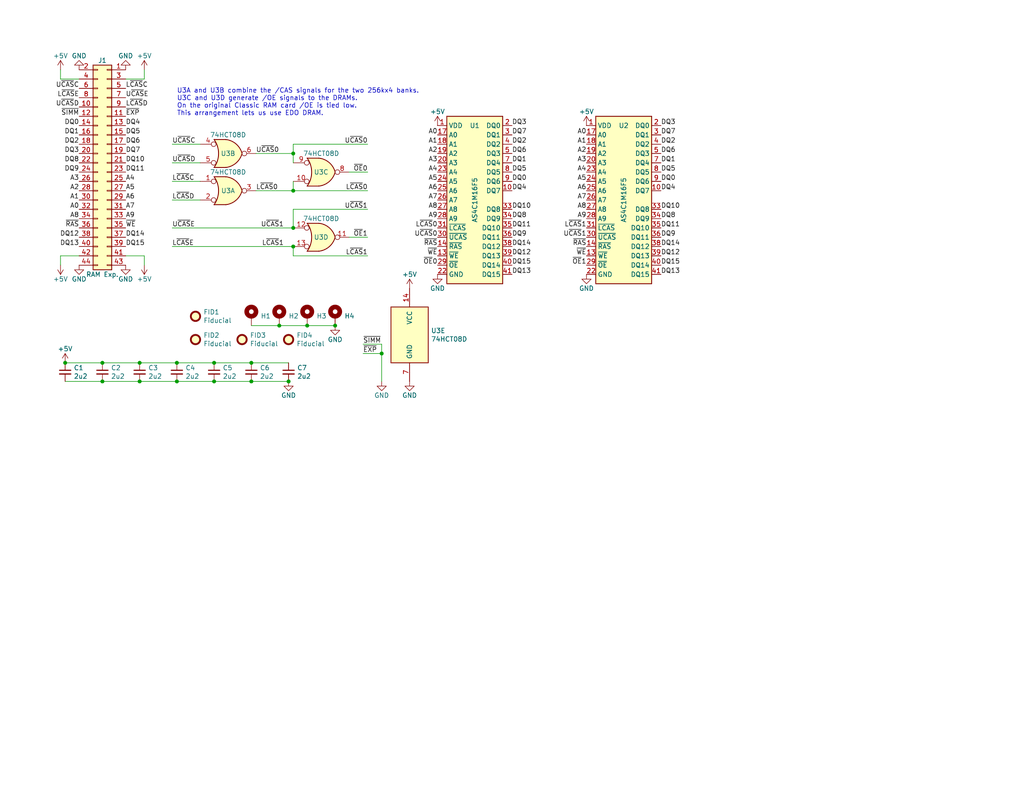
<source format=kicad_sch>
(kicad_sch (version 20211123) (generator eeschema)
  (paper "USLetter")
  (lib_symbols
    (symbol "74xx:74LS08" (pin_names (offset 1.016))
      (property "Reference" "U" (at 0 1.27 0))
      (property "Value" "74LS08" (at 0 -1.27 0))
      (symbol "74LS08_1_1"
        (arc (start 0 -3.81) (mid 3.81 0) (end 0 3.81) (stroke (width 0.254)) (fill (type background)))
        (polyline (pts (xy 0 3.81) (xy -3.81 3.81) (xy -3.81 -3.81) (xy 0 -3.81)) (stroke (width 0.254)) (fill (type background)))
        (pin input line (at -7.62 2.54 0) (length 3.81) (name "~") (number "1"))
        (pin input line (at -7.62 -2.54 0) (length 3.81) (name "~") (number "2"))
        (pin output line (at 7.62 0 180) (length 3.81) (name "~") (number "3"))
      )
      (symbol "74LS08_1_2"
        (arc (start -3.81 -3.81) (mid -2.589 0) (end -3.81 3.81) (stroke (width 0.254)))
        (arc (start -0.6096 -3.81) (mid 2.1855 -2.584) (end 3.81 0) (stroke (width 0.254)) (fill (type background)))
        (polyline (pts (xy -3.81 -3.81) (xy -0.635 -3.81)) (stroke (width 0.254)) (fill (type background)))
        (polyline (pts (xy -3.81 3.81) (xy -0.635 3.81)) (stroke (width 0.254)) (fill (type background)))
        (polyline (pts (xy -0.635 3.81) (xy -3.81 3.81) (xy -3.81 3.81) (xy -3.556 3.4036) (xy -3.0226 2.2606) (xy -2.6924 1.0414) (xy -2.6162 -0.254) (xy -2.7686 -1.4986) (xy -3.175 -2.7178) (xy -3.81 -3.81) (xy -3.81 -3.81) (xy -0.635 -3.81)) (stroke (width -25.4)) (fill (type background)))
        (arc (start 3.81 0) (mid 2.1928 2.5925) (end -0.6096 3.81) (stroke (width 0.254)) (fill (type background)))
        (pin input inverted (at -7.62 2.54 0) (length 4.318) (name "~") (number "1"))
        (pin input inverted (at -7.62 -2.54 0) (length 4.318) (name "~") (number "2"))
        (pin output inverted (at 7.62 0 180) (length 3.81) (name "~") (number "3"))
      )
      (symbol "74LS08_2_1"
        (arc (start 0 -3.81) (mid 3.81 0) (end 0 3.81) (stroke (width 0.254)) (fill (type background)))
        (polyline (pts (xy 0 3.81) (xy -3.81 3.81) (xy -3.81 -3.81) (xy 0 -3.81)) (stroke (width 0.254)) (fill (type background)))
        (pin input line (at -7.62 2.54 0) (length 3.81) (name "~") (number "4"))
        (pin input line (at -7.62 -2.54 0) (length 3.81) (name "~") (number "5"))
        (pin output line (at 7.62 0 180) (length 3.81) (name "~") (number "6"))
      )
      (symbol "74LS08_2_2"
        (arc (start -3.81 -3.81) (mid -2.589 0) (end -3.81 3.81) (stroke (width 0.254)))
        (arc (start -0.6096 -3.81) (mid 2.1855 -2.584) (end 3.81 0) (stroke (width 0.254)) (fill (type background)))
        (polyline (pts (xy -3.81 -3.81) (xy -0.635 -3.81)) (stroke (width 0.254)) (fill (type background)))
        (polyline (pts (xy -3.81 3.81) (xy -0.635 3.81)) (stroke (width 0.254)) (fill (type background)))
        (polyline (pts (xy -0.635 3.81) (xy -3.81 3.81) (xy -3.81 3.81) (xy -3.556 3.4036) (xy -3.0226 2.2606) (xy -2.6924 1.0414) (xy -2.6162 -0.254) (xy -2.7686 -1.4986) (xy -3.175 -2.7178) (xy -3.81 -3.81) (xy -3.81 -3.81) (xy -0.635 -3.81)) (stroke (width -25.4)) (fill (type background)))
        (arc (start 3.81 0) (mid 2.1928 2.5925) (end -0.6096 3.81) (stroke (width 0.254)) (fill (type background)))
        (pin input inverted (at -7.62 2.54 0) (length 4.318) (name "~") (number "4"))
        (pin input inverted (at -7.62 -2.54 0) (length 4.318) (name "~") (number "5"))
        (pin output inverted (at 7.62 0 180) (length 3.81) (name "~") (number "6"))
      )
      (symbol "74LS08_3_1"
        (arc (start 0 -3.81) (mid 3.81 0) (end 0 3.81) (stroke (width 0.254)) (fill (type background)))
        (polyline (pts (xy 0 3.81) (xy -3.81 3.81) (xy -3.81 -3.81) (xy 0 -3.81)) (stroke (width 0.254)) (fill (type background)))
        (pin input line (at -7.62 -2.54 0) (length 3.81) (name "~") (number "10"))
        (pin output line (at 7.62 0 180) (length 3.81) (name "~") (number "8"))
        (pin input line (at -7.62 2.54 0) (length 3.81) (name "~") (number "9"))
      )
      (symbol "74LS08_3_2"
        (arc (start -3.81 -3.81) (mid -2.589 0) (end -3.81 3.81) (stroke (width 0.254)))
        (arc (start -0.6096 -3.81) (mid 2.1855 -2.584) (end 3.81 0) (stroke (width 0.254)) (fill (type background)))
        (polyline (pts (xy -3.81 -3.81) (xy -0.635 -3.81)) (stroke (width 0.254)) (fill (type background)))
        (polyline (pts (xy -3.81 3.81) (xy -0.635 3.81)) (stroke (width 0.254)) (fill (type background)))
        (polyline (pts (xy -0.635 3.81) (xy -3.81 3.81) (xy -3.81 3.81) (xy -3.556 3.4036) (xy -3.0226 2.2606) (xy -2.6924 1.0414) (xy -2.6162 -0.254) (xy -2.7686 -1.4986) (xy -3.175 -2.7178) (xy -3.81 -3.81) (xy -3.81 -3.81) (xy -0.635 -3.81)) (stroke (width -25.4)) (fill (type background)))
        (arc (start 3.81 0) (mid 2.1928 2.5925) (end -0.6096 3.81) (stroke (width 0.254)) (fill (type background)))
        (pin input inverted (at -7.62 -2.54 0) (length 4.318) (name "~") (number "10"))
        (pin output inverted (at 7.62 0 180) (length 3.81) (name "~") (number "8"))
        (pin input inverted (at -7.62 2.54 0) (length 4.318) (name "~") (number "9"))
      )
      (symbol "74LS08_4_1"
        (arc (start 0 -3.81) (mid 3.81 0) (end 0 3.81) (stroke (width 0.254)) (fill (type background)))
        (polyline (pts (xy 0 3.81) (xy -3.81 3.81) (xy -3.81 -3.81) (xy 0 -3.81)) (stroke (width 0.254)) (fill (type background)))
        (pin output line (at 7.62 0 180) (length 3.81) (name "~") (number "11"))
        (pin input line (at -7.62 2.54 0) (length 3.81) (name "~") (number "12"))
        (pin input line (at -7.62 -2.54 0) (length 3.81) (name "~") (number "13"))
      )
      (symbol "74LS08_4_2"
        (arc (start -3.81 -3.81) (mid -2.589 0) (end -3.81 3.81) (stroke (width 0.254)))
        (arc (start -0.6096 -3.81) (mid 2.1855 -2.584) (end 3.81 0) (stroke (width 0.254)) (fill (type background)))
        (polyline (pts (xy -3.81 -3.81) (xy -0.635 -3.81)) (stroke (width 0.254)) (fill (type background)))
        (polyline (pts (xy -3.81 3.81) (xy -0.635 3.81)) (stroke (width 0.254)) (fill (type background)))
        (polyline (pts (xy -0.635 3.81) (xy -3.81 3.81) (xy -3.81 3.81) (xy -3.556 3.4036) (xy -3.0226 2.2606) (xy -2.6924 1.0414) (xy -2.6162 -0.254) (xy -2.7686 -1.4986) (xy -3.175 -2.7178) (xy -3.81 -3.81) (xy -3.81 -3.81) (xy -0.635 -3.81)) (stroke (width -25.4)) (fill (type background)))
        (arc (start 3.81 0) (mid 2.1928 2.5925) (end -0.6096 3.81) (stroke (width 0.254)) (fill (type background)))
        (pin output inverted (at 7.62 0 180) (length 3.81) (name "~") (number "11"))
        (pin input inverted (at -7.62 2.54 0) (length 4.318) (name "~") (number "12"))
        (pin input inverted (at -7.62 -2.54 0) (length 4.318) (name "~") (number "13"))
      )
      (symbol "74LS08_5_0"
        (pin power_in line (at 0 12.7 270) (length 5.08) (name "VCC") (number "14"))
        (pin power_in line (at 0 -12.7 90) (length 5.08) (name "GND") (number "7"))
      )
      (symbol "74LS08_5_1"
        (rectangle (start -5.08 7.62) (end 5.08 -7.62) (stroke (width 0.254)) (fill (type background)))
      )
    )
    (symbol "Connector_Generic:Conn_02x22_Odd_Even" (pin_names (offset 1.016) hide)
      (property "Reference" "J" (at 1.27 27.94 0))
      (property "Value" "Conn_02x22_Odd_Even" (at 1.27 -30.48 0))
      (symbol "Conn_02x22_Odd_Even_1_1"
        (rectangle (start -1.27 -27.813) (end 0 -28.067) (stroke (width 0.1524)))
        (rectangle (start -1.27 -25.273) (end 0 -25.527) (stroke (width 0.1524)))
        (rectangle (start -1.27 -22.733) (end 0 -22.987) (stroke (width 0.1524)))
        (rectangle (start -1.27 -20.193) (end 0 -20.447) (stroke (width 0.1524)))
        (rectangle (start -1.27 -17.653) (end 0 -17.907) (stroke (width 0.1524)))
        (rectangle (start -1.27 -15.113) (end 0 -15.367) (stroke (width 0.1524)))
        (rectangle (start -1.27 -12.573) (end 0 -12.827) (stroke (width 0.1524)))
        (rectangle (start -1.27 -10.033) (end 0 -10.287) (stroke (width 0.1524)))
        (rectangle (start -1.27 -7.493) (end 0 -7.747) (stroke (width 0.1524)))
        (rectangle (start -1.27 -4.953) (end 0 -5.207) (stroke (width 0.1524)))
        (rectangle (start -1.27 -2.413) (end 0 -2.667) (stroke (width 0.1524)))
        (rectangle (start -1.27 0.127) (end 0 -0.127) (stroke (width 0.1524)))
        (rectangle (start -1.27 2.667) (end 0 2.413) (stroke (width 0.1524)))
        (rectangle (start -1.27 5.207) (end 0 4.953) (stroke (width 0.1524)))
        (rectangle (start -1.27 7.747) (end 0 7.493) (stroke (width 0.1524)))
        (rectangle (start -1.27 10.287) (end 0 10.033) (stroke (width 0.1524)))
        (rectangle (start -1.27 12.827) (end 0 12.573) (stroke (width 0.1524)))
        (rectangle (start -1.27 15.367) (end 0 15.113) (stroke (width 0.1524)))
        (rectangle (start -1.27 17.907) (end 0 17.653) (stroke (width 0.1524)))
        (rectangle (start -1.27 20.447) (end 0 20.193) (stroke (width 0.1524)))
        (rectangle (start -1.27 22.987) (end 0 22.733) (stroke (width 0.1524)))
        (rectangle (start -1.27 25.527) (end 0 25.273) (stroke (width 0.1524)))
        (rectangle (start -1.27 26.67) (end 3.81 -29.21) (stroke (width 0.254)) (fill (type background)))
        (rectangle (start 3.81 -27.813) (end 2.54 -28.067) (stroke (width 0.1524)))
        (rectangle (start 3.81 -25.273) (end 2.54 -25.527) (stroke (width 0.1524)))
        (rectangle (start 3.81 -22.733) (end 2.54 -22.987) (stroke (width 0.1524)))
        (rectangle (start 3.81 -20.193) (end 2.54 -20.447) (stroke (width 0.1524)))
        (rectangle (start 3.81 -17.653) (end 2.54 -17.907) (stroke (width 0.1524)))
        (rectangle (start 3.81 -15.113) (end 2.54 -15.367) (stroke (width 0.1524)))
        (rectangle (start 3.81 -12.573) (end 2.54 -12.827) (stroke (width 0.1524)))
        (rectangle (start 3.81 -10.033) (end 2.54 -10.287) (stroke (width 0.1524)))
        (rectangle (start 3.81 -7.493) (end 2.54 -7.747) (stroke (width 0.1524)))
        (rectangle (start 3.81 -4.953) (end 2.54 -5.207) (stroke (width 0.1524)))
        (rectangle (start 3.81 -2.413) (end 2.54 -2.667) (stroke (width 0.1524)))
        (rectangle (start 3.81 0.127) (end 2.54 -0.127) (stroke (width 0.1524)))
        (rectangle (start 3.81 2.667) (end 2.54 2.413) (stroke (width 0.1524)))
        (rectangle (start 3.81 5.207) (end 2.54 4.953) (stroke (width 0.1524)))
        (rectangle (start 3.81 7.747) (end 2.54 7.493) (stroke (width 0.1524)))
        (rectangle (start 3.81 10.287) (end 2.54 10.033) (stroke (width 0.1524)))
        (rectangle (start 3.81 12.827) (end 2.54 12.573) (stroke (width 0.1524)))
        (rectangle (start 3.81 15.367) (end 2.54 15.113) (stroke (width 0.1524)))
        (rectangle (start 3.81 17.907) (end 2.54 17.653) (stroke (width 0.1524)))
        (rectangle (start 3.81 20.447) (end 2.54 20.193) (stroke (width 0.1524)))
        (rectangle (start 3.81 22.987) (end 2.54 22.733) (stroke (width 0.1524)))
        (rectangle (start 3.81 25.527) (end 2.54 25.273) (stroke (width 0.1524)))
        (pin passive line (at -5.08 25.4 0) (length 3.81) (name "Pin_1") (number "1"))
        (pin passive line (at 7.62 15.24 180) (length 3.81) (name "Pin_10") (number "10"))
        (pin passive line (at -5.08 12.7 0) (length 3.81) (name "Pin_11") (number "11"))
        (pin passive line (at 7.62 12.7 180) (length 3.81) (name "Pin_12") (number "12"))
        (pin passive line (at -5.08 10.16 0) (length 3.81) (name "Pin_13") (number "13"))
        (pin passive line (at 7.62 10.16 180) (length 3.81) (name "Pin_14") (number "14"))
        (pin passive line (at -5.08 7.62 0) (length 3.81) (name "Pin_15") (number "15"))
        (pin passive line (at 7.62 7.62 180) (length 3.81) (name "Pin_16") (number "16"))
        (pin passive line (at -5.08 5.08 0) (length 3.81) (name "Pin_17") (number "17"))
        (pin passive line (at 7.62 5.08 180) (length 3.81) (name "Pin_18") (number "18"))
        (pin passive line (at -5.08 2.54 0) (length 3.81) (name "Pin_19") (number "19"))
        (pin passive line (at 7.62 25.4 180) (length 3.81) (name "Pin_2") (number "2"))
        (pin passive line (at 7.62 2.54 180) (length 3.81) (name "Pin_20") (number "20"))
        (pin passive line (at -5.08 0 0) (length 3.81) (name "Pin_21") (number "21"))
        (pin passive line (at 7.62 0 180) (length 3.81) (name "Pin_22") (number "22"))
        (pin passive line (at -5.08 -2.54 0) (length 3.81) (name "Pin_23") (number "23"))
        (pin passive line (at 7.62 -2.54 180) (length 3.81) (name "Pin_24") (number "24"))
        (pin passive line (at -5.08 -5.08 0) (length 3.81) (name "Pin_25") (number "25"))
        (pin passive line (at 7.62 -5.08 180) (length 3.81) (name "Pin_26") (number "26"))
        (pin passive line (at -5.08 -7.62 0) (length 3.81) (name "Pin_27") (number "27"))
        (pin passive line (at 7.62 -7.62 180) (length 3.81) (name "Pin_28") (number "28"))
        (pin passive line (at -5.08 -10.16 0) (length 3.81) (name "Pin_29") (number "29"))
        (pin passive line (at -5.08 22.86 0) (length 3.81) (name "Pin_3") (number "3"))
        (pin passive line (at 7.62 -10.16 180) (length 3.81) (name "Pin_30") (number "30"))
        (pin passive line (at -5.08 -12.7 0) (length 3.81) (name "Pin_31") (number "31"))
        (pin passive line (at 7.62 -12.7 180) (length 3.81) (name "Pin_32") (number "32"))
        (pin passive line (at -5.08 -15.24 0) (length 3.81) (name "Pin_33") (number "33"))
        (pin passive line (at 7.62 -15.24 180) (length 3.81) (name "Pin_34") (number "34"))
        (pin passive line (at -5.08 -17.78 0) (length 3.81) (name "Pin_35") (number "35"))
        (pin passive line (at 7.62 -17.78 180) (length 3.81) (name "Pin_36") (number "36"))
        (pin passive line (at -5.08 -20.32 0) (length 3.81) (name "Pin_37") (number "37"))
        (pin passive line (at 7.62 -20.32 180) (length 3.81) (name "Pin_38") (number "38"))
        (pin passive line (at -5.08 -22.86 0) (length 3.81) (name "Pin_39") (number "39"))
        (pin passive line (at 7.62 22.86 180) (length 3.81) (name "Pin_4") (number "4"))
        (pin passive line (at 7.62 -22.86 180) (length 3.81) (name "Pin_40") (number "40"))
        (pin passive line (at -5.08 -25.4 0) (length 3.81) (name "Pin_41") (number "41"))
        (pin passive line (at 7.62 -25.4 180) (length 3.81) (name "Pin_42") (number "42"))
        (pin passive line (at -5.08 -27.94 0) (length 3.81) (name "Pin_43") (number "43"))
        (pin passive line (at 7.62 -27.94 180) (length 3.81) (name "Pin_44") (number "44"))
        (pin passive line (at -5.08 20.32 0) (length 3.81) (name "Pin_5") (number "5"))
        (pin passive line (at 7.62 20.32 180) (length 3.81) (name "Pin_6") (number "6"))
        (pin passive line (at -5.08 17.78 0) (length 3.81) (name "Pin_7") (number "7"))
        (pin passive line (at 7.62 17.78 180) (length 3.81) (name "Pin_8") (number "8"))
        (pin passive line (at -5.08 15.24 0) (length 3.81) (name "Pin_9") (number "9"))
      )
    )
    (symbol "Device:C_Small" (pin_numbers hide) (pin_names (offset 0.254) hide)
      (property "Reference" "C" (at 0.254 1.778 0))
      (property "Value" "C_Small" (at 0.254 -2.032 0))
      (symbol "C_Small_0_1"
        (polyline (pts (xy -1.524 -0.508) (xy 1.524 -0.508)) (stroke (width 0.3302)))
        (polyline (pts (xy -1.524 0.508) (xy 1.524 0.508)) (stroke (width 0.3048)))
      )
      (symbol "C_Small_1_1"
        (pin passive line (at 0 2.54 270) (length 2.032) (name "~") (number "1"))
        (pin passive line (at 0 -2.54 90) (length 2.032) (name "~") (number "2"))
      )
    )
    (symbol "GW_RAM:DRAM-1Mx16-SOP-42"
      (property "Reference" "U" (at 0 24.13 0))
      (property "Value" "DRAM-1Mx16-SOP-42" (at 0 0 90))
      (symbol "DRAM-1Mx16-SOP-42_0_1"
        (rectangle (start -7.62 22.86) (end 7.62 -22.86) (stroke (width 0.254)) (fill (type background)))
      )
      (symbol "DRAM-1Mx16-SOP-42_1_1"
        (pin power_in line (at -10.16 20.32 0) (length 2.54) (name "VDD") (number "1"))
        (pin bidirectional line (at 10.16 2.54 180) (length 2.54) (name "DQ7") (number "10"))
        (pin no_connect line (at 10.16 1.27 180) (length 2.54) hide (name "NC") (number "11"))
        (pin no_connect line (at 10.16 0 180) (length 2.54) hide (name "NC") (number "12"))
        (pin input line (at -10.16 -15.24 0) (length 2.54) (name "~{WE}") (number "13"))
        (pin input line (at -10.16 -12.7 0) (length 2.54) (name "~{RAS}") (number "14"))
        (pin no_connect line (at 10.16 21.59 180) (length 2.54) hide (name "NC") (number "15"))
        (pin no_connect line (at 10.16 -21.59 180) (length 2.54) hide (name "NC") (number "16"))
        (pin input line (at -10.16 17.78 0) (length 2.54) (name "A0") (number "17"))
        (pin input line (at -10.16 15.24 0) (length 2.54) (name "A1") (number "18"))
        (pin input line (at -10.16 12.7 0) (length 2.54) (name "A2") (number "19"))
        (pin bidirectional line (at 10.16 20.32 180) (length 2.54) (name "DQ0") (number "2"))
        (pin input line (at -10.16 10.16 0) (length 2.54) (name "A3") (number "20"))
        (pin power_in line (at -10.16 20.32 0) (length 2.54) hide (name "VDD") (number "21"))
        (pin power_in line (at -10.16 -20.32 0) (length 2.54) (name "GND") (number "22"))
        (pin input line (at -10.16 7.62 0) (length 2.54) (name "A4") (number "23"))
        (pin input line (at -10.16 5.08 0) (length 2.54) (name "A5") (number "24"))
        (pin input line (at -10.16 2.54 0) (length 2.54) (name "A6") (number "25"))
        (pin input line (at -10.16 0 0) (length 2.54) (name "A7") (number "26"))
        (pin input line (at -10.16 -2.54 0) (length 2.54) (name "A8") (number "27"))
        (pin input line (at -10.16 -5.08 0) (length 2.54) (name "A9") (number "28"))
        (pin input line (at -10.16 -17.78 0) (length 2.54) (name "~{OE}") (number "29"))
        (pin bidirectional line (at 10.16 17.78 180) (length 2.54) (name "DQ1") (number "3"))
        (pin input line (at -10.16 -10.16 0) (length 2.54) (name "~{UCAS}") (number "30"))
        (pin input line (at -10.16 -7.62 0) (length 2.54) (name "~{LCAS}") (number "31"))
        (pin no_connect line (at 10.16 -1.27 180) (length 2.54) hide (name "NC") (number "32"))
        (pin bidirectional line (at 10.16 -2.54 180) (length 2.54) (name "DQ8") (number "33"))
        (pin bidirectional line (at 10.16 -5.08 180) (length 2.54) (name "DQ9") (number "34"))
        (pin bidirectional line (at 10.16 -7.62 180) (length 2.54) (name "DQ10") (number "35"))
        (pin bidirectional line (at 10.16 -10.16 180) (length 2.54) (name "DQ11") (number "36"))
        (pin power_in line (at -10.16 -20.32 0) (length 2.54) hide (name "GND") (number "37"))
        (pin bidirectional line (at 10.16 -12.7 180) (length 2.54) (name "DQ12") (number "38"))
        (pin bidirectional line (at 10.16 -15.24 180) (length 2.54) (name "DQ13") (number "39"))
        (pin bidirectional line (at 10.16 15.24 180) (length 2.54) (name "DQ2") (number "4"))
        (pin bidirectional line (at 10.16 -17.78 180) (length 2.54) (name "DQ14") (number "40"))
        (pin bidirectional line (at 10.16 -20.32 180) (length 2.54) (name "DQ15") (number "41"))
        (pin power_in line (at -10.16 -20.32 0) (length 2.54) hide (name "GND") (number "42"))
        (pin bidirectional line (at 10.16 12.7 180) (length 2.54) (name "DQ3") (number "5"))
        (pin power_in line (at -10.16 20.32 0) (length 2.54) hide (name "VDD") (number "6"))
        (pin bidirectional line (at 10.16 10.16 180) (length 2.54) (name "DQ4") (number "7"))
        (pin bidirectional line (at 10.16 7.62 180) (length 2.54) (name "DQ5") (number "8"))
        (pin bidirectional line (at 10.16 5.08 180) (length 2.54) (name "DQ6") (number "9"))
      )
    )
    (symbol "Mechanical:Fiducial"
      (property "Reference" "FID" (at 0 5.08 0))
      (property "Value" "Fiducial" (at 0 3.175 0))
      (symbol "Fiducial_0_1"
        (circle (center 0 0) (radius 1.27) (stroke (width 0.508)) (fill (type background)))
      )
    )
    (symbol "Mechanical:MountingHole_Pad" (pin_numbers hide) (pin_names (offset 1.016) hide)
      (property "Reference" "H" (at 0 6.35 0))
      (property "Value" "MountingHole_Pad" (at 0 4.445 0))
      (symbol "MountingHole_Pad_0_1"
        (circle (center 0 1.27) (radius 1.27) (stroke (width 1.27)))
      )
      (symbol "MountingHole_Pad_1_1"
        (pin input line (at 0 -2.54 90) (length 2.54) (name "1") (number "1"))
      )
    )
    (symbol "power:+5V" (power) (pin_names (offset 0))
      (property "Value" "+5V" (at 0 3.556 0))
      (symbol "+5V_0_1"
        (polyline (pts (xy -0.762 1.27) (xy 0 2.54)))
        (polyline (pts (xy 0 0) (xy 0 2.54)))
        (polyline (pts (xy 0 2.54) (xy 0.762 1.27)))
      )
      (symbol "+5V_1_1"
        (pin power_in line (at 0 0 90) (length 0) hide (name "+5V") (number "1"))
      )
    )
    (symbol "power:GND" (power) (pin_names (offset 0))
      (property "Value" "GND" (at 0 -3.81 0))
      (symbol "GND_0_1"
        (polyline (pts (xy 0 0) (xy 0 -1.27) (xy 1.27 -1.27) (xy 0 -2.54) (xy -1.27 -1.27) (xy 0 -1.27)))
      )
      (symbol "GND_1_1"
        (pin power_in line (at 0 0 270) (length 0) hide (name "GND") (number "1"))
      )
    )
  )
  (junction (at 38.1 104.14))
  (junction (at 80.01 52.07))
  (junction (at 17.78 99.06))
  (junction (at 68.58 99.06))
  (junction (at 104.14 96.52))
  (junction (at 68.58 104.14))
  (junction (at 78.74 104.14))
  (junction (at 80.01 62.23))
  (junction (at 91.44 88.9))
  (junction (at 80.01 41.91))
  (junction (at 80.01 67.31))
  (junction (at 48.26 99.06))
  (junction (at 48.26 104.14))
  (junction (at 38.1 99.06))
  (junction (at 83.82 88.9))
  (junction (at 76.2 88.9))
  (junction (at 58.42 104.14))
  (junction (at 27.94 104.14))
  (junction (at 58.42 99.06))
  (junction (at 27.94 99.06))
  (wire (pts (xy 80.01 62.23) (xy 80.01 57.15)))
  (wire (pts (xy 80.01 49.53) (xy 80.01 52.07)))
  (wire (pts (xy 16.51 69.85) (xy 21.59 69.85)))
  (wire (pts (xy 58.42 99.06) (xy 68.58 99.06)))
  (wire (pts (xy 68.58 104.14) (xy 78.74 104.14)))
  (wire (pts (xy 80.01 52.07) (xy 100.33 52.07)))
  (wire (pts (xy 39.37 69.85) (xy 34.29 69.85)))
  (wire (pts (xy 68.58 88.9) (xy 76.2 88.9)))
  (wire (pts (xy 69.85 41.91) (xy 80.01 41.91)))
  (wire (pts (xy 46.99 39.37) (xy 54.61 39.37)))
  (wire (pts (xy 17.78 104.14) (xy 27.94 104.14)))
  (wire (pts (xy 38.1 104.14) (xy 48.26 104.14)))
  (wire (pts (xy 104.14 93.98) (xy 99.06 93.98)))
  (wire (pts (xy 38.1 99.06) (xy 48.26 99.06)))
  (wire (pts (xy 27.94 99.06) (xy 38.1 99.06)))
  (wire (pts (xy 104.14 104.14) (xy 104.14 96.52)))
  (wire (pts (xy 104.14 96.52) (xy 104.14 93.98)))
  (wire (pts (xy 80.01 57.15) (xy 100.33 57.15)))
  (wire (pts (xy 80.01 62.23) (xy 46.99 62.23)))
  (wire (pts (xy 58.42 104.14) (xy 68.58 104.14)))
  (wire (pts (xy 16.51 19.05) (xy 16.51 21.59)))
  (wire (pts (xy 39.37 19.05) (xy 39.37 21.59)))
  (wire (pts (xy 27.94 104.14) (xy 38.1 104.14)))
  (wire (pts (xy 46.99 44.45) (xy 54.61 44.45)))
  (wire (pts (xy 17.78 99.06) (xy 27.94 99.06)))
  (wire (pts (xy 80.01 39.37) (xy 100.33 39.37)))
  (wire (pts (xy 80.01 41.91) (xy 80.01 39.37)))
  (wire (pts (xy 83.82 88.9) (xy 91.44 88.9)))
  (wire (pts (xy 39.37 72.39) (xy 39.37 69.85)))
  (wire (pts (xy 100.33 46.99) (xy 95.25 46.99)))
  (wire (pts (xy 68.58 99.06) (xy 78.74 99.06)))
  (wire (pts (xy 16.51 72.39) (xy 16.51 69.85)))
  (wire (pts (xy 80.01 67.31) (xy 80.01 69.85)))
  (wire (pts (xy 54.61 49.53) (xy 46.99 49.53)))
  (wire (pts (xy 46.99 54.61) (xy 54.61 54.61)))
  (wire (pts (xy 80.01 52.07) (xy 69.85 52.07)))
  (wire (pts (xy 48.26 99.06) (xy 58.42 99.06)))
  (wire (pts (xy 80.01 44.45) (xy 80.01 41.91)))
  (wire (pts (xy 48.26 104.14) (xy 58.42 104.14)))
  (wire (pts (xy 16.51 21.59) (xy 21.59 21.59)))
  (wire (pts (xy 39.37 21.59) (xy 34.29 21.59)))
  (wire (pts (xy 100.33 64.77) (xy 95.25 64.77)))
  (wire (pts (xy 99.06 96.52) (xy 104.14 96.52)))
  (wire (pts (xy 80.01 67.31) (xy 46.99 67.31)))
  (wire (pts (xy 76.2 88.9) (xy 83.82 88.9)))
  (wire (pts (xy 80.01 69.85) (xy 100.33 69.85)))
  (text "U3A and U3B combine the /CAS signals for the two 256kx4 banks.\nU3C and U3D generate /OE signals to the DRAMs.\nOn the original Classic RAM card /OE is tied low.\nThis arrangement lets us use EDO DRAM." (at 48.26 31.75 0) (effects (font (size 1.27 1.27)) (justify left bottom)))
  (label "L~{CAS}0" (at 69.85 52.07 0))
  (label "DQ2" (at 180.34 39.37 0))
  (label "A3" (at 160.02 44.45 180))
  (label "DQ10" (at 180.34 57.15 0))
  (label "~{OE}1" (at 160.02 72.39 180))
  (label "DQ7" (at 180.34 36.83 0))
  (label "DQ1" (at 21.59 36.83 180))
  (label "A7" (at 160.02 54.61 180))
  (label "DQ7" (at 34.29 41.91 0))
  (label "~{EXP}" (at 99.06 96.52 0))
  (label "~{RAS}" (at 119.38 67.31 180))
  (label "A8" (at 160.02 57.15 180))
  (label "A0" (at 119.38 36.83 180))
  (label "A8" (at 119.38 57.15 180))
  (label "~{SIMM}" (at 99.06 93.98 0))
  (label "~{WE}" (at 119.38 69.85 180))
  (label "A3" (at 21.59 49.53 180))
  (label "~{OE}0" (at 119.38 72.39 180))
  (label "DQ0" (at 139.7 49.53 0))
  (label "~{WE}" (at 34.29 62.23 0))
  (label "A4" (at 160.02 46.99 180))
  (label "DQ12" (at 139.7 69.85 0))
  (label "U~{CAS}E" (at 34.29 26.67 0))
  (label "DQ2" (at 21.59 39.37 180))
  (label "~{EXP}" (at 34.29 31.75 0))
  (label "A9" (at 160.02 59.69 180))
  (label "~{RAS}" (at 21.59 62.23 180))
  (label "DQ10" (at 34.29 44.45 0))
  (label "DQ8" (at 180.34 59.69 0))
  (label "DQ12" (at 180.34 69.85 0))
  (label "DQ0" (at 180.34 49.53 0))
  (label "DQ5" (at 180.34 46.99 0))
  (label "DQ6" (at 34.29 39.37 0))
  (label "U~{CAS}0" (at 100.33 39.37 180))
  (label "~{SIMM}" (at 21.59 31.75 180))
  (label "U~{CAS}C" (at 21.59 24.13 180))
  (label "A0" (at 21.59 57.15 180))
  (label "A9" (at 119.38 59.69 180))
  (label "A4" (at 34.29 49.53 0))
  (label "A1" (at 21.59 54.61 180))
  (label "A7" (at 34.29 57.15 0))
  (label "A9" (at 34.29 59.69 0))
  (label "DQ4" (at 34.29 34.29 0))
  (label "L~{CAS}1" (at 77.47 67.31 180))
  (label "U~{CAS}1" (at 160.02 64.77 180))
  (label "A0" (at 160.02 36.83 180))
  (label "U~{CAS}1" (at 100.33 57.15 180))
  (label "~{OE}1" (at 100.33 64.77 180))
  (label "DQ10" (at 139.7 57.15 0))
  (label "DQ9" (at 139.7 64.77 0))
  (label "DQ14" (at 139.7 67.31 0))
  (label "L~{CAS}D" (at 34.29 29.21 0))
  (label "DQ9" (at 180.34 64.77 0))
  (label "A3" (at 119.38 44.45 180))
  (label "L~{CAS}E" (at 46.99 67.31 0))
  (label "DQ4" (at 180.34 52.07 0))
  (label "L~{CAS}1" (at 160.02 62.23 180))
  (label "DQ7" (at 139.7 36.83 0))
  (label "DQ4" (at 139.7 52.07 0))
  (label "U~{CAS}D" (at 46.99 44.45 0))
  (label "DQ8" (at 21.59 44.45 180))
  (label "U~{CAS}D" (at 21.59 29.21 180))
  (label "A1" (at 160.02 39.37 180))
  (label "L~{CAS}E" (at 21.59 26.67 180))
  (label "U~{CAS}0" (at 69.85 41.91 0))
  (label "A8" (at 21.59 59.69 180))
  (label "~{OE}0" (at 100.33 46.99 180))
  (label "DQ11" (at 180.34 62.23 0))
  (label "U~{CAS}C" (at 46.99 39.37 0))
  (label "~{WE}" (at 160.02 69.85 180))
  (label "A6" (at 119.38 52.07 180))
  (label "A5" (at 34.29 52.07 0))
  (label "DQ2" (at 139.7 39.37 0))
  (label "A5" (at 160.02 49.53 180))
  (label "DQ15" (at 180.34 72.39 0))
  (label "DQ3" (at 21.59 41.91 180))
  (label "L~{CAS}C" (at 46.99 49.53 0))
  (label "DQ1" (at 180.34 44.45 0))
  (label "DQ9" (at 21.59 46.99 180))
  (label "DQ11" (at 34.29 46.99 0))
  (label "DQ13" (at 180.34 74.93 0))
  (label "DQ14" (at 180.34 67.31 0))
  (label "L~{CAS}0" (at 119.38 62.23 180))
  (label "DQ14" (at 34.29 64.77 0))
  (label "~{RAS}" (at 160.02 67.31 180))
  (label "A2" (at 21.59 52.07 180))
  (label "A5" (at 119.38 49.53 180))
  (label "DQ12" (at 21.59 64.77 180))
  (label "DQ0" (at 21.59 34.29 180))
  (label "DQ5" (at 139.7 46.99 0))
  (label "DQ13" (at 21.59 67.31 180))
  (label "DQ11" (at 139.7 62.23 0))
  (label "L~{CAS}C" (at 34.29 24.13 0))
  (label "DQ3" (at 180.34 34.29 0))
  (label "A1" (at 119.38 39.37 180))
  (label "DQ6" (at 139.7 41.91 0))
  (label "DQ6" (at 180.34 41.91 0))
  (label "A6" (at 34.29 54.61 0))
  (label "U~{CAS}0" (at 119.38 64.77 180))
  (label "A2" (at 160.02 41.91 180))
  (label "A2" (at 119.38 41.91 180))
  (label "L~{CAS}1" (at 100.33 69.85 180))
  (label "A4" (at 119.38 46.99 180))
  (label "U~{CAS}1" (at 77.47 62.23 180))
  (label "DQ8" (at 139.7 59.69 0))
  (label "DQ15" (at 34.29 67.31 0))
  (label "L~{CAS}D" (at 46.99 54.61 0))
  (label "A7" (at 119.38 54.61 180))
  (label "A6" (at 160.02 52.07 180))
  (label "U~{CAS}E" (at 46.99 62.23 0))
  (label "DQ15" (at 139.7 72.39 0))
  (label "DQ13" (at 139.7 74.93 0))
  (label "DQ3" (at 139.7 34.29 0))
  (label "L~{CAS}0" (at 100.33 52.07 180))
  (label "DQ5" (at 34.29 36.83 0))
  (label "DQ1" (at 139.7 44.45 0))
  (symbol (lib_id "Mechanical:MountingHole_Pad") (at 83.82 86.36 0) (unit 1)
    (property "Reference" "H3" (at 86.36 86.2838 0) (effects (justify left)))
    (property "Value" " " (effects hide))
    (property "Footprint" "stdpads:PasteHole_1.1mm_PTH" (effects hide))
  )
  (symbol (lib_id "Mechanical:MountingHole_Pad") (at 91.44 86.36 0) (unit 1)
    (property "Reference" "H4" (at 93.98 86.2838 0) (effects (justify left)))
    (property "Value" " " (effects hide))
    (property "Footprint" "stdpads:PasteHole_1.1mm_PTH" (effects hide))
  )
  (symbol (lib_id "power:GND") (at 91.44 88.9 0) (mirror y) (unit 1)
    (property "Reference" "#PWR0145" (effects hide))
    (property "Value" "GND" (at 91.44 92.71 0))
  )
  (symbol (lib_id "Mechanical:Fiducial") (at 53.34 86.36 0) (unit 1)
    (property "Reference" "FID1" (at 55.499 85.1916 0) (effects (justify left)))
    (property "Value" "Fiducial" (at 55.499 87.503 0) (effects (justify left)))
    (property "Footprint" "stdpads:Fiducial" (effects hide))
  )
  (symbol (lib_id "Mechanical:Fiducial") (at 53.34 92.71 0) (unit 1)
    (property "Reference" "FID2" (at 55.499 91.5416 0) (effects (justify left)))
    (property "Value" "Fiducial" (at 55.499 93.853 0) (effects (justify left)))
    (property "Footprint" "stdpads:Fiducial" (effects hide))
  )
  (symbol (lib_id "Mechanical:Fiducial") (at 66.04 92.71 0) (unit 1)
    (property "Reference" "FID3" (at 68.199 91.5416 0) (effects (justify left)))
    (property "Value" "Fiducial" (at 68.199 93.853 0) (effects (justify left)))
    (property "Footprint" "stdpads:Fiducial" (effects hide))
  )
  (symbol (lib_id "Mechanical:Fiducial") (at 78.74 92.71 0) (unit 1)
    (property "Reference" "FID4" (at 80.899 91.5416 0) (effects (justify left)))
    (property "Value" "Fiducial" (at 80.899 93.853 0) (effects (justify left)))
    (property "Footprint" "stdpads:Fiducial" (effects hide))
  )
  (symbol (lib_id "Mechanical:MountingHole_Pad") (at 68.58 86.36 0) (unit 1)
    (property "Reference" "H1" (at 71.12 86.2838 0) (effects (justify left)))
    (property "Value" " " (effects hide))
    (property "Footprint" "stdpads:PasteHole_1.1mm_PTH" (effects hide))
  )
  (symbol (lib_id "Mechanical:MountingHole_Pad") (at 76.2 86.36 0) (unit 1)
    (property "Reference" "H2" (at 78.74 86.2838 0) (effects (justify left)))
    (property "Value" " " (effects hide))
    (property "Footprint" "stdpads:PasteHole_1.1mm_PTH" (effects hide))
  )
  (symbol (lib_id "power:+5V") (at 17.78 99.06 0) (mirror y) (unit 1)
    (property "Reference" "#PWR0112" (effects hide))
    (property "Value" "+5V" (at 17.78 95.25 0))
  )
  (symbol (lib_id "Device:C_Small") (at 68.58 101.6 0) (unit 1)
    (property "Reference" "C6" (at 70.9168 100.4316 0) (effects (justify left)))
    (property "Value" "2u2" (at 70.9168 102.743 0) (effects (justify left)))
    (property "Footprint" "stdpads:C_0805" (effects hide))
  )
  (symbol (lib_id "power:GND") (at 78.74 104.14 0) (unit 1)
    (property "Reference" "#PWR0113" (effects hide))
    (property "Value" "GND" (at 78.74 107.95 0))
  )
  (symbol (lib_id "Device:C_Small") (at 58.42 101.6 0) (unit 1)
    (property "Reference" "C5" (at 60.7568 100.4316 0) (effects (justify left)))
    (property "Value" "2u2" (at 60.7568 102.743 0) (effects (justify left)))
    (property "Footprint" "stdpads:C_0805" (effects hide))
  )
  (symbol (lib_id "Device:C_Small") (at 78.74 101.6 0) (unit 1)
    (property "Reference" "C7" (at 81.0768 100.4316 0) (effects (justify left)))
    (property "Value" "2u2" (at 81.0768 102.743 0) (effects (justify left)))
    (property "Footprint" "stdpads:C_0805" (effects hide))
  )
  (symbol (lib_id "Device:C_Small") (at 27.94 101.6 0) (unit 1)
    (property "Reference" "C2" (at 30.2768 100.4316 0) (effects (justify left)))
    (property "Value" "2u2" (at 30.2768 102.743 0) (effects (justify left)))
    (property "Footprint" "stdpads:C_0805" (effects hide))
  )
  (symbol (lib_id "Device:C_Small") (at 48.26 101.6 0) (unit 1)
    (property "Reference" "C4" (at 50.5968 100.4316 0) (effects (justify left)))
    (property "Value" "2u2" (at 50.5968 102.743 0) (effects (justify left)))
    (property "Footprint" "stdpads:C_0805" (effects hide))
  )
  (symbol (lib_id "Device:C_Small") (at 17.78 101.6 0) (unit 1)
    (property "Reference" "C1" (at 20.1168 100.4316 0) (effects (justify left)))
    (property "Value" "2u2" (at 20.1168 102.743 0) (effects (justify left)))
    (property "Footprint" "stdpads:C_0805" (effects hide))
  )
  (symbol (lib_id "Device:C_Small") (at 38.1 101.6 0) (unit 1)
    (property "Reference" "C3" (at 40.4368 100.4316 0) (effects (justify left)))
    (property "Value" "2u2" (at 40.4368 102.743 0) (effects (justify left)))
    (property "Footprint" "stdpads:C_0805" (effects hide))
  )
  (symbol (lib_id "GW_RAM:DRAM-1Mx16-SOP-42") (at 129.54 54.61 0) (unit 1)
    (property "Reference" "U1" (at 129.54 34.29 0))
    (property "Value" "AS4C1M16F5" (at 129.54 54.61 90))
    (property "Footprint" "stdpads:SOJ-42_400mil" (effects hide))
  )
  (symbol (lib_id "power:GND") (at 119.38 74.93 0) (unit 1)
    (property "Reference" "#PWR0101" (effects hide))
    (property "Value" "GND" (at 119.38 78.74 0))
  )
  (symbol (lib_id "power:+5V") (at 119.38 34.29 0) (mirror y) (unit 1)
    (property "Reference" "#PWR0102" (effects hide))
    (property "Value" "+5V" (at 119.38 30.48 0))
  )
  (symbol (lib_id "GW_RAM:DRAM-1Mx16-SOP-42") (at 170.18 54.61 0) (unit 1)
    (property "Reference" "U2" (at 170.18 34.29 0))
    (property "Value" "AS4C1M16F5" (at 170.18 54.61 90))
    (property "Footprint" "stdpads:SOJ-42_400mil" (effects hide))
  )
  (symbol (lib_id "power:GND") (at 160.02 74.93 0) (unit 1)
    (property "Reference" "#PWR0103" (effects hide))
    (property "Value" "GND" (at 160.02 78.74 0))
  )
  (symbol (lib_id "power:+5V") (at 160.02 34.29 0) (mirror y) (unit 1)
    (property "Reference" "#PWR0104" (effects hide))
    (property "Value" "+5V" (at 160.02 30.48 0))
  )
  (symbol (lib_id "Connector_Generic:Conn_02x22_Odd_Even") (at 29.21 44.45 0) (mirror y) (unit 1)
    (property "Reference" "J1" (at 27.94 16.51 0))
    (property "Value" "RAM Exp." (at 27.94 74.93 0))
    (property "Footprint" "stdpads:PinSocket_2x22_P2.54mm_Horizontal" (effects hide))
  )
  (symbol (lib_id "power:GND") (at 21.59 19.05 180) (unit 1)
    (property "Reference" "#PWR0105" (effects hide))
    (property "Value" "GND" (at 21.59 15.24 0))
  )
  (symbol (lib_id "power:GND") (at 34.29 19.05 180) (unit 1)
    (property "Reference" "#PWR0106" (effects hide))
    (property "Value" "GND" (at 34.29 15.24 0))
  )
  (symbol (lib_id "power:+5V") (at 39.37 19.05 0) (mirror y) (unit 1)
    (property "Reference" "#PWR0107" (effects hide))
    (property "Value" "+5V" (at 39.37 15.24 0))
  )
  (symbol (lib_id "power:+5V") (at 16.51 19.05 0) (unit 1)
    (property "Reference" "#PWR0108" (effects hide))
    (property "Value" "+5V" (at 16.51 15.24 0))
  )
  (symbol (lib_id "power:GND") (at 34.29 72.39 0) (mirror y) (unit 1)
    (property "Reference" "#PWR0109" (effects hide))
    (property "Value" "GND" (at 34.29 76.2 0))
  )
  (symbol (lib_id "power:+5V") (at 39.37 72.39 180) (unit 1)
    (property "Reference" "#PWR0110" (effects hide))
    (property "Value" "+5V" (at 39.37 76.2 0))
  )
  (symbol (lib_id "power:GND") (at 21.59 72.39 0) (unit 1)
    (property "Reference" "#PWR0111" (effects hide))
    (property "Value" "GND" (at 21.59 76.2 0))
  )
  (symbol (lib_id "power:+5V") (at 16.51 72.39 0) (mirror x) (unit 1)
    (property "Reference" "#PWR0114" (effects hide))
    (property "Value" "+5V" (at 16.51 76.2 0))
  )
  (symbol (lib_id "74xx:74LS08") (at 62.23 41.91 0) (unit 2) (convert 2)
    (property "Reference" "U3" (at 62.23 41.91 0))
    (property "Value" "74HCT08D" (at 62.23 36.83 0))
    (property "Footprint" "stdpads:SOIC-14_3.9mm" (effects hide))
    (property "Datasheet" "http://www.ti.com/lit/gpn/sn74LS08" (effects hide))
  )
  (symbol (lib_id "74xx:74LS08") (at 62.23 52.07 0) (unit 1) (convert 2)
    (property "Reference" "U3" (at 62.23 52.07 0))
    (property "Value" "74HCT08D" (at 62.23 46.99 0))
    (property "Footprint" "stdpads:SOIC-14_3.9mm" (effects hide))
    (property "Datasheet" "http://www.ti.com/lit/gpn/sn74LS08" (effects hide))
  )
  (symbol (lib_id "74xx:74LS08") (at 87.63 46.99 0) (unit 3) (convert 2)
    (property "Reference" "U3" (at 87.63 46.99 0))
    (property "Value" "74HCT08D" (at 87.63 41.91 0))
    (property "Footprint" "stdpads:SOIC-14_3.9mm" (effects hide))
    (property "Datasheet" "http://www.ti.com/lit/gpn/sn74LS08" (effects hide))
  )
  (symbol (lib_id "74xx:74LS08") (at 87.63 64.77 0) (unit 4) (convert 2)
    (property "Reference" "U3" (at 87.63 64.77 0))
    (property "Value" "74HCT08D" (at 87.63 59.69 0))
    (property "Footprint" "stdpads:SOIC-14_3.9mm" (effects hide))
    (property "Datasheet" "http://www.ti.com/lit/gpn/sn74LS08" (effects hide))
  )
  (symbol (lib_id "74xx:74LS08") (at 111.76 91.44 0) (unit 5)
    (property "Reference" "U3" (at 117.602 90.2716 0) (effects (justify left)))
    (property "Value" "74HCT08D" (at 117.602 92.583 0) (effects (justify left)))
    (property "Footprint" "stdpads:SOIC-14_3.9mm" (effects hide))
    (property "Datasheet" "http://www.ti.com/lit/gpn/sn74LS08" (effects hide))
  )
  (symbol (lib_id "power:+5V") (at 111.76 78.74 0) (unit 1)
    (property "Reference" "#PWR0116" (effects hide))
    (property "Value" "+5V" (at 111.76 74.93 0))
  )
  (symbol (lib_id "power:GND") (at 111.76 104.14 0) (mirror y) (unit 1)
    (property "Reference" "#PWR0117" (effects hide))
    (property "Value" "GND" (at 111.76 107.95 0))
  )
  (symbol (lib_id "power:GND") (at 104.14 104.14 0) (unit 1)
    (property "Reference" "#PWR0118" (effects hide))
    (property "Value" "GND" (at 104.14 107.95 0))
  )
)
</source>
